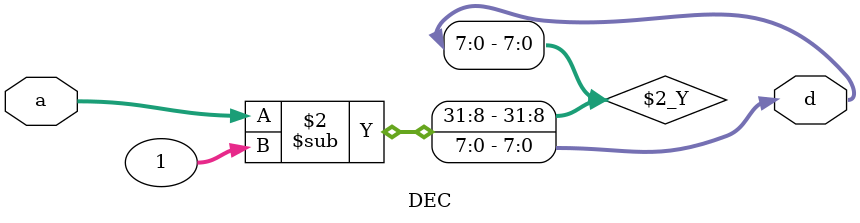
<source format=v>
`timescale 1ns / 1ps

module DEC #(parameter DATAWIDTH = 8)(a, d);
    input [DATAWIDTH -1:0] a;
    output reg [DATAWIDTH-1:0] d;
    
    
    always @(a) begin
        d <= a - 1;
    end
 endmodule
</source>
